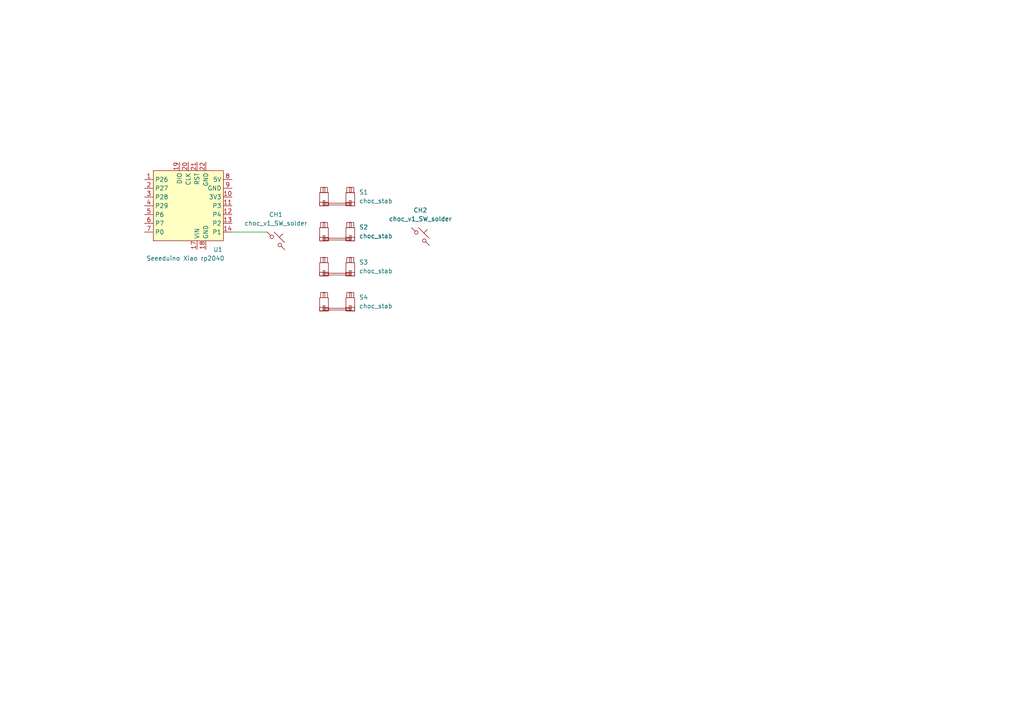
<source format=kicad_sch>
(kicad_sch (version 20250114) (generator "eeschema") (generator_version "9.0")
  (paper "A4")
  (lib_symbols
    (symbol "PCM_marbastlib-choc:choc_stab" (pin_names (offset 1.016))
      (property "Reference" "S" (at -5.08 6.35 0))
      (property "Value" "choc_stab" (at -5.08 3.81 0))
      (symbol "choc_stab_0_1"
        (rectangle (start -5.08 1.27) (end -2.54 -2.54))
        (rectangle (start -5.08 -1.524) (end -2.54 -2.54))
        (rectangle (start -4.826 2.794) (end -2.794 1.27))
        (rectangle (start -4.064 1.27) (end -3.556 2.794))
        (rectangle (start -4.064 -1.778) (end 4.064 -2.286))
        (rectangle (start -4.064 -2.286) (end -3.556 -1.016))
        (rectangle (start 2.54 1.27) (end 5.08 -2.54))
        (rectangle (start 2.54 -1.524) (end 5.08 -2.54))
        (rectangle (start 2.794 2.794) (end 4.826 1.27))
        (rectangle (start 3.556 1.27) (end 4.064 2.794))
        (rectangle (start 4.064 -2.286) (end 3.556 -1.016))
      )
    )
    (symbol "PCM_marbastlib-choc:choc_v1_SW_solder" (pin_numbers (hide yes)) (pin_names (offset 1.016) (hide yes))
      (property "Reference" "CH" (at 3.048 1.016 0))
      (property "Value" "choc_v1_SW_solder" (at 0 -3.81 0))
      (symbol "choc_v1_SW_solder_0_1"
        (polyline (pts (xy -2.54 2.54) (xy -1.524 1.524) (xy -1.524 1.524)))
        (circle (center -1.1684 1.1684) (radius 0.508))
        (polyline (pts (xy -0.508 2.54) (xy 2.54 -0.508)))
        (polyline (pts (xy 1.016 1.016) (xy 2.032 2.032)))
        (circle (center 1.143 -1.1938) (radius 0.508))
        (polyline (pts (xy 1.524 -1.524) (xy 2.54 -2.54) (xy 2.54 -2.54) (xy 2.54 -2.54)))
        (pin passive line (at -2.54 2.54 0) (length 0) (name "1") (number "1"))
        (pin passive line (at 2.54 -2.54 180) (length 0) (name "2") (number "2"))
      )
    )
    (symbol "PCM_marbastlib-promicroish:Seeeduino_Xiao_rp2040" (in_bom no)
      (property "Reference" "U" (at -10.16 -12.7 0))
      (property "Value" "Seeeduino Xiao rp2040" (at -10.16 -15.24 0))
      (symbol "Seeeduino_Xiao_rp2040_1_0"
        (pin bidirectional line (at -12.7 7.62 0) (length 2.54) (name "P26") (number "1"))
        (pin bidirectional line (at -12.7 5.08 0) (length 2.54) (name "P27") (number "2"))
        (pin bidirectional line (at -12.7 2.54 0) (length 2.54) (name "P28") (number "3"))
        (pin bidirectional line (at -12.7 0 0) (length 2.54) (name "P29") (number "4"))
        (pin bidirectional line (at -12.7 -2.54 0) (length 2.54) (name "P6") (number "5"))
        (pin bidirectional line (at -12.7 -5.08 0) (length 2.54) (name "P7") (number "6"))
        (pin bidirectional line (at -12.7 -7.62 0) (length 2.54) (name "P0") (number "7"))
        (pin bidirectional line (at -2.54 12.7 270) (length 2.54) (name "DIO") (number "19"))
        (pin bidirectional line (at 0 12.7 270) (length 2.54) (name "CLK") (number "20"))
        (pin bidirectional line (at 2.54 12.7 270) (length 2.54) (name "RST") (number "21"))
        (pin power_in line (at 2.54 -12.7 90) (length 2.54) (name "VIN") (number "17"))
        (pin power_out line (at 5.08 12.7 270) (length 2.54) (name "GND") (number "22"))
        (pin power_in line (at 5.08 -12.7 90) (length 2.54) (name "GND") (number "18"))
        (pin power_out line (at 12.7 7.62 180) (length 2.54) (name "5V") (number "8"))
        (pin power_out line (at 12.7 5.08 180) (length 2.54) (name "GND") (number "9"))
        (pin power_out line (at 12.7 2.54 180) (length 2.54) (name "3V3") (number "10"))
        (pin bidirectional line (at 12.7 0 180) (length 2.54) (name "P3") (number "11"))
        (pin bidirectional line (at 12.7 -2.54 180) (length 2.54) (name "P4") (number "12"))
        (pin bidirectional line (at 12.7 -5.08 180) (length 2.54) (name "P2") (number "13"))
        (pin bidirectional line (at 12.7 -7.62 180) (length 2.54) (name "P1") (number "14"))
      )
      (symbol "Seeeduino_Xiao_rp2040_1_1"
        (rectangle (start -10.16 10.16) (end 10.16 -10.16) (fill (type background)))
      )
    )
  )
  (wire (pts (xy 67.31 67.31) (xy 77.47 67.31)))
  (symbol (lib_id "PCM_marbastlib-choc:choc_v1_SW_solder") (at 121.92 68.58 0) (unit 1)
    (property "Reference" "CH2" (at 121.92 60.96 0))
    (property "Value" "choc_v1_SW_solder" (at 121.92 63.5 0))
    (property "Footprint" "PCM_marbastlib-choc:SW_choc_v1_1u" (effects (hide yes)))
    (property "Description" "Push button switch, normally open, two pins, 45° tilted" (effects (hide yes)))
  )
  (symbol (lib_id "PCM_marbastlib-choc:choc_stab") (at 97.79 67.31 0) (unit 1)
    (property "Reference" "S2" (at 104.14 65.9129 0) (effects (justify left)))
    (property "Value" "choc_stab" (at 104.14 68.4529 0) (effects (justify left)))
    (property "Footprint" "PCM_marbastlib-xp-choc:STAB_choc_2u" (effects (hide yes)))
    (property "Description" "Kailh Choc-style stabilizer" (effects (hide yes)))
  )
  (symbol (lib_id "PCM_marbastlib-choc:choc_stab") (at 97.79 87.63 0) (unit 1)
    (property "Reference" "S4" (at 104.14 86.2329 0) (effects (justify left)))
    (property "Value" "choc_stab" (at 104.14 88.7729 0) (effects (justify left)))
    (property "Footprint" "PCM_marbastlib-xp-choc:STAB_choc_2u" (effects (hide yes)))
    (property "Description" "Kailh Choc-style stabilizer" (effects (hide yes)))
  )
  (symbol (lib_id "PCM_marbastlib-choc:choc_stab") (at 97.79 77.47 0) (unit 1)
    (property "Reference" "S3" (at 104.14 76.0729 0) (effects (justify left)))
    (property "Value" "choc_stab" (at 104.14 78.6129 0) (effects (justify left)))
    (property "Footprint" "PCM_marbastlib-xp-choc:STAB_choc_2u" (effects (hide yes)))
    (property "Description" "Kailh Choc-style stabilizer" (effects (hide yes)))
  )
  (symbol (lib_id "PCM_marbastlib-promicroish:Seeeduino_Xiao_rp2040") (at 54.61 59.69 0) (unit 1) (in_bom no)
    (property "Reference" "U1" (at 61.8333 72.39 0) (effects (justify left)))
    (property "Value" "Seeeduino Xiao rp2040" (at 42.418 74.93 0) (effects (justify left)))
    (property "Footprint" "PCM_marbastlib-xp-promicroish:Xiao_rp2040_ACH" (effects (hide yes)))
    (property "Description" "Symbol for a Seeeduino Xiao rp2040" (effects (hide yes)))
  )
  (symbol (lib_id "PCM_marbastlib-choc:choc_v1_SW_solder") (at 80.01 69.85 0) (unit 1)
    (property "Reference" "CH1" (at 80.01 62.23 0))
    (property "Value" "choc_v1_SW_solder" (at 80.01 64.77 0))
    (property "Footprint" "PCM_marbastlib-choc:SW_choc_v1_1u" (effects (hide yes)))
    (property "Description" "Push button switch, normally open, two pins, 45° tilted" (effects (hide yes)))
  )
  (symbol (lib_id "PCM_marbastlib-choc:choc_stab") (at 97.79 57.15 0) (unit 1)
    (property "Reference" "S1" (at 104.14 55.7529 0) (effects (justify left)))
    (property "Value" "choc_stab" (at 104.14 58.2929 0) (effects (justify left)))
    (property "Footprint" "PCM_marbastlib-xp-choc:STAB_choc_2u" (effects (hide yes)))
    (property "Description" "Kailh Choc-style stabilizer" (effects (hide yes)))
  )
)
</source>
